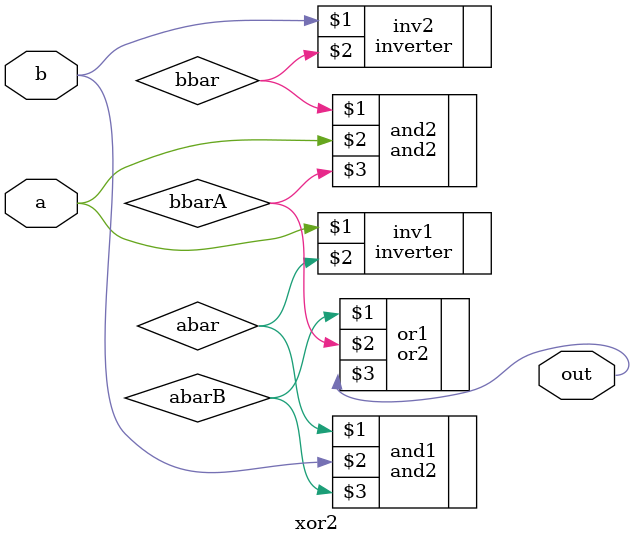
<source format=v>
module xor2(
    input a,
    input b,
    output out
    );
    
wire abar, bbar, abarB, bbarA;

inverter inv1(a, abar);
inverter inv2(b, bbar);

and2 and1(abar, b, abarB);
and2 and2(bbar, a, bbarA);

or2 or1(abarB, bbarA, out);

endmodule
</source>
